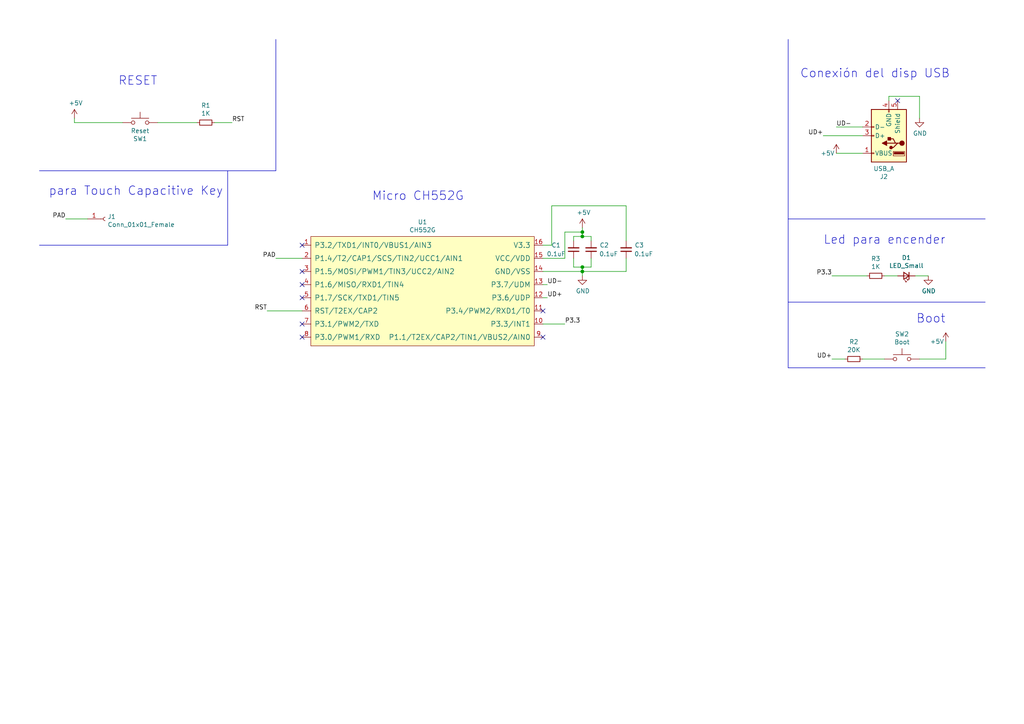
<source format=kicad_sch>
(kicad_sch (version 20230121) (generator eeschema)
  (paper "A4")
  (lib_symbols
    (symbol "Device:C_Small" (pin_numbers hide) (pin_names (offset 0.254) hide)
      (property "Reference" "C" (at 0.254 1.778 0))
      (property "Value" "C_Small" (at 0.254 -2.032 0))
      (symbol "C_Small_0_1"
        (polyline (pts (xy -1.524 -0.508) (xy 1.524 -0.508)) (stroke (width 0.3302)))
        (polyline (pts (xy -1.524 0.508) (xy 1.524 0.508)) (stroke (width 0.3048)))
      )
      (symbol "C_Small_1_1"
        (pin passive line (at 0 2.54 270) (length 2.032) (name "~") (number "1"))
        (pin passive line (at 0 -2.54 90) (length 2.032) (name "~") (number "2"))
      )
    )
    (symbol "Device:LED_Small" (pin_numbers hide) (pin_names (offset 0.254) hide)
      (property "Reference" "D" (at -1.27 3.175 0))
      (property "Value" "LED_Small" (at -4.445 -2.54 0))
      (symbol "LED_Small_0_1"
        (polyline (pts (xy -0.762 -1.016) (xy -0.762 1.016)) (stroke (width 0.254)))
        (polyline (pts (xy 1.016 0) (xy -0.762 0)))
        (polyline (pts (xy 0.762 -1.016) (xy -0.762 0) (xy 0.762 1.016) (xy 0.762 -1.016)) (stroke (width 0.254)))
        (polyline (pts (xy 0 0.762) (xy -0.508 1.27) (xy -0.254 1.27) (xy -0.508 1.27) (xy -0.508 1.016)))
        (polyline (pts (xy 0.508 1.27) (xy 0 1.778) (xy 0.254 1.778) (xy 0 1.778) (xy 0 1.524)))
      )
      (symbol "LED_Small_1_1"
        (pin passive line (at -2.54 0 0) (length 1.778) (name "K") (number "1"))
        (pin passive line (at 2.54 0 180) (length 1.778) (name "A") (number "2"))
      )
    )
    (symbol "Device:R_Small" (pin_numbers hide) (pin_names (offset 0.254) hide)
      (property "Reference" "R" (at 0.762 0.508 0))
      (property "Value" "R_Small" (at 0.762 -1.016 0))
      (symbol "R_Small_0_1"
        (rectangle (start -0.762 1.778) (end 0.762 -1.778) (stroke (width 0.2032)))
      )
      (symbol "R_Small_1_1"
        (pin passive line (at 0 2.54 270) (length 0.762) (name "~") (number "1"))
        (pin passive line (at 0 -2.54 90) (length 0.762) (name "~") (number "2"))
      )
    )
    (symbol "Switch:SW_Push" (pin_numbers hide) (pin_names (offset 1.016) hide)
      (property "Reference" "SW" (at 1.27 2.54 0))
      (property "Value" "SW_Push" (at 0 -1.524 0))
      (symbol "SW_Push_0_1"
        (circle (center -2.032 0) (radius 0.508))
        (polyline (pts (xy 0 1.27) (xy 0 3.048)))
        (polyline (pts (xy 2.54 1.27) (xy -2.54 1.27)))
        (circle (center 2.032 0) (radius 0.508))
        (pin passive line (at -5.08 0 0) (length 2.54) (name "1") (number "1"))
        (pin passive line (at 5.08 0 180) (length 2.54) (name "2") (number "2"))
      )
    )
    (symbol "card_business-rescue:CH552G-Librerias-Tarjeta_present-rescue" (pin_names (offset 1.016))
      (property "Reference" "U" (at 13.97 0 0))
      (property "Value" "CH552G-Librerias-Tarjeta_present-rescue" (at 10.16 -35.56 0))
      (symbol "CH552G-Librerias-Tarjeta_present-rescue_0_1"
        (rectangle (start -20.32 -1.27) (end 44.45 -33.02) (fill (type background)))
      )
      (symbol "CH552G-Librerias-Tarjeta_present-rescue_1_1"
        (pin input line (at -22.86 -3.81 0) (length 2.54) (name "P3.2/TXD1/INT0/VBUS1/AIN3") (number "1"))
        (pin input line (at 46.99 -26.67 180) (length 2.54) (name "P3.3/INT1") (number "10"))
        (pin input line (at 46.99 -22.86 180) (length 2.54) (name "P3.4/PWM2/RXD1/T0") (number "11"))
        (pin input line (at 46.99 -19.05 180) (length 2.54) (name "P3.6/UDP") (number "12"))
        (pin input line (at 46.99 -15.24 180) (length 2.54) (name "P3.7/UDM") (number "13"))
        (pin input line (at 46.99 -11.43 180) (length 2.54) (name "GND/VSS") (number "14"))
        (pin input line (at 46.99 -7.62 180) (length 2.54) (name "VCC/VDD") (number "15"))
        (pin input line (at 46.99 -3.81 180) (length 2.54) (name "V3.3") (number "16"))
        (pin input line (at -22.86 -7.62 0) (length 2.54) (name "P1.4/T2/CAP1/SCS/TIN2/UCC1/AIN1") (number "2"))
        (pin input line (at -22.86 -11.43 0) (length 2.54) (name "P1.5/MOSI/PWM1/TIN3/UCC2/AIN2") (number "3"))
        (pin input line (at -22.86 -15.24 0) (length 2.54) (name "P1.6/MISO/RXD1/TIN4") (number "4"))
        (pin input line (at -22.86 -19.05 0) (length 2.54) (name "P1.7/SCK/TXD1/TIN5") (number "5"))
        (pin input line (at -22.86 -22.86 0) (length 2.54) (name "RST/T2EX/CAP2") (number "6"))
        (pin input line (at -22.86 -26.67 0) (length 2.54) (name "P3.1/PWM2/TXD") (number "7"))
        (pin input line (at -22.86 -30.48 0) (length 2.54) (name "P3.0/PWM1/RXD") (number "8"))
        (pin input line (at 46.99 -30.48 180) (length 2.54) (name "P1.1/T2EX/CAP2/TIN1/VBUS2/AIN0") (number "9"))
      )
    )
    (symbol "card_business-rescue:Conn_01x01_Female-Connector" (pin_names (offset 1.016) hide)
      (property "Reference" "J" (at 0 2.54 0))
      (property "Value" "Connector_Conn_01x01_Female" (at 0 -2.54 0))
      (symbol "Conn_01x01_Female-Connector_1_1"
        (polyline (pts (xy -1.27 0) (xy -0.508 0)) (stroke (width 0.1524)))
        (arc (start 0 0.508) (mid -0.5058 0) (end 0 -0.508) (stroke (width 0.1524)))
        (pin passive line (at -5.08 0 0) (length 3.81) (name "Pin_1") (number "1"))
      )
    )
    (symbol "card_business-rescue:USB_A-Connector" (pin_names (offset 1.016))
      (property "Reference" "J" (at -5.08 11.43 0))
      (property "Value" "USB_A-Connector" (at -5.08 8.89 0))
      (symbol "USB_A-Connector_0_1"
        (rectangle (start -5.08 -7.62) (end 5.08 7.62) (stroke (width 0.254)) (fill (type background)))
        (circle (center -3.81 2.159) (radius 0.635) (stroke (width 0.254)) (fill (type outline)))
        (rectangle (start -1.524 4.826) (end -4.318 5.334) (fill (type outline)))
        (rectangle (start -1.27 4.572) (end -4.572 5.842))
        (circle (center -0.635 3.429) (radius 0.381) (stroke (width 0.254)) (fill (type outline)))
        (rectangle (start -0.127 -7.62) (end 0.127 -6.858))
        (polyline (pts (xy -3.175 2.159) (xy -2.54 2.159) (xy -1.27 3.429) (xy -0.635 3.429)) (stroke (width 0.254)))
        (polyline (pts (xy -2.54 2.159) (xy -1.905 2.159) (xy -1.27 0.889) (xy 0 0.889)) (stroke (width 0.254)))
        (polyline (pts (xy 0.635 2.794) (xy 0.635 1.524) (xy 1.905 2.159) (xy 0.635 2.794)) (stroke (width 0.254)) (fill (type outline)))
        (rectangle (start 0.254 1.27) (end -0.508 0.508) (stroke (width 0.254)) (fill (type outline)))
        (rectangle (start 5.08 -2.667) (end 4.318 -2.413))
        (rectangle (start 5.08 -0.127) (end 4.318 0.127))
        (rectangle (start 5.08 4.953) (end 4.318 5.207))
      )
      (symbol "USB_A-Connector_1_1"
        (polyline (pts (xy -1.905 2.159) (xy 0.635 2.159)) (stroke (width 0.254)))
        (pin power_in line (at 7.62 5.08 180) (length 2.54) (name "VBUS") (number "1"))
        (pin bidirectional line (at 7.62 -2.54 180) (length 2.54) (name "D-") (number "2"))
        (pin bidirectional line (at 7.62 0 180) (length 2.54) (name "D+") (number "3"))
        (pin power_in line (at 0 -10.16 90) (length 2.54) (name "GND") (number "4"))
        (pin passive line (at -2.54 -10.16 90) (length 2.54) (name "Shield") (number "5"))
      )
    )
    (symbol "power:+5V" (power) (pin_names (offset 0))
      (property "Value" "+5V" (at 0 3.556 0))
      (symbol "+5V_0_1"
        (polyline (pts (xy -0.762 1.27) (xy 0 2.54)))
        (polyline (pts (xy 0 0) (xy 0 2.54)))
        (polyline (pts (xy 0 2.54) (xy 0.762 1.27)))
      )
      (symbol "+5V_1_1"
        (pin power_in line (at 0 0 90) (length 0) hide (name "+5V") (number "1"))
      )
    )
    (symbol "power:GND" (power) (pin_names (offset 0))
      (property "Value" "GND" (at 0 -3.81 0))
      (symbol "GND_0_1"
        (polyline (pts (xy 0 0) (xy 0 -1.27) (xy 1.27 -1.27) (xy 0 -2.54) (xy -1.27 -1.27) (xy 0 -1.27)))
      )
      (symbol "GND_1_1"
        (pin power_in line (at 0 0 270) (length 0) hide (name "GND") (number "1"))
      )
    )
  )
  (junction (at 168.91 77.47))
  (junction (at 168.91 78.74))
  (junction (at 168.91 68.58))
  (junction (at 168.91 67.31))
  (no_connect (at 87.63 93.98))
  (no_connect (at 87.63 86.36))
  (no_connect (at 87.63 97.79))
  (no_connect (at 87.63 71.12))
  (no_connect (at 87.63 82.55))
  (no_connect (at 157.48 97.79))
  (no_connect (at 260.35 29.21))
  (no_connect (at 157.48 90.17))
  (no_connect (at 87.63 78.74))
  (wire (pts (xy 260.35 80.01) (xy 256.54 80.01)))
  (wire (pts (xy 163.83 74.93) (xy 163.83 67.31)))
  (wire (pts (xy 157.48 78.74) (xy 168.91 78.74)))
  (wire (pts (xy 157.48 74.93) (xy 163.83 74.93)))
  (wire (pts (xy 274.32 104.14) (xy 266.7 104.14)))
  (wire (pts (xy 257.81 27.94) (xy 257.81 29.21)))
  (wire (pts (xy 157.48 71.12) (xy 160.02 71.12)))
  (wire (pts (xy 80.01 74.93) (xy 87.63 74.93)))
  (wire (pts (xy 171.45 68.58) (xy 171.45 69.85)))
  (wire (pts (xy 250.19 36.83) (xy 242.57 36.83)))
  (wire (pts (xy 168.91 77.47) (xy 171.45 77.47)))
  (wire (pts (xy 250.19 39.37) (xy 238.76 39.37)))
  (wire (pts (xy 166.37 69.85) (xy 166.37 68.58)))
  (wire (pts (xy 241.3 104.14) (xy 245.11 104.14)))
  (polyline (pts (xy 228.6 87.63) (xy 285.75 87.63)))
  (wire (pts (xy 256.54 104.14) (xy 250.19 104.14)))
  (polyline (pts (xy 66.04 49.53) (xy 66.04 71.12)))
  (wire (pts (xy 168.91 68.58) (xy 171.45 68.58)))
  (wire (pts (xy 158.75 82.55) (xy 157.48 82.55)))
  (wire (pts (xy 168.91 77.47) (xy 168.91 78.74)))
  (wire (pts (xy 168.91 67.31) (xy 168.91 68.58)))
  (wire (pts (xy 269.24 80.01) (xy 265.43 80.01)))
  (wire (pts (xy 77.47 90.17) (xy 87.63 90.17)))
  (wire (pts (xy 166.37 77.47) (xy 168.91 77.47)))
  (wire (pts (xy 57.15 35.56) (xy 45.72 35.56)))
  (wire (pts (xy 21.59 34.29) (xy 21.59 35.56)))
  (wire (pts (xy 181.61 59.69) (xy 181.61 69.85)))
  (wire (pts (xy 251.46 80.01) (xy 241.3 80.01)))
  (wire (pts (xy 274.32 99.06) (xy 274.32 104.14)))
  (wire (pts (xy 25.4 63.5) (xy 19.05 63.5)))
  (wire (pts (xy 166.37 74.93) (xy 166.37 77.47)))
  (wire (pts (xy 163.83 67.31) (xy 168.91 67.31)))
  (polyline (pts (xy 80.01 49.53) (xy 11.43 49.53)))
  (polyline (pts (xy 80.01 49.53) (xy 80.01 11.43)))
  (wire (pts (xy 160.02 59.69) (xy 181.61 59.69)))
  (polyline (pts (xy 228.6 63.5) (xy 285.75 63.5)))
  (wire (pts (xy 266.7 27.94) (xy 257.81 27.94)))
  (wire (pts (xy 181.61 78.74) (xy 168.91 78.74)))
  (wire (pts (xy 158.75 86.36) (xy 157.48 86.36)))
  (wire (pts (xy 67.31 35.56) (xy 62.23 35.56)))
  (wire (pts (xy 250.19 44.45) (xy 242.57 44.45)))
  (polyline (pts (xy 66.04 71.12) (xy 11.43 71.12)))
  (wire (pts (xy 166.37 68.58) (xy 168.91 68.58)))
  (wire (pts (xy 171.45 77.47) (xy 171.45 74.93)))
  (polyline (pts (xy 228.6 11.43) (xy 228.6 106.68)))
  (wire (pts (xy 181.61 74.93) (xy 181.61 78.74)))
  (wire (pts (xy 266.7 34.29) (xy 266.7 27.94)))
  (wire (pts (xy 168.91 78.74) (xy 168.91 80.01)))
  (polyline (pts (xy 228.6 106.68) (xy 285.75 106.68)))
  (wire (pts (xy 160.02 71.12) (xy 160.02 59.69)))
  (wire (pts (xy 163.83 93.98) (xy 157.48 93.98)))
  (wire (pts (xy 21.59 35.56) (xy 35.56 35.56)))
  (wire (pts (xy 168.91 66.04) (xy 168.91 67.31)))
  (text "Boot" (at 274.32 93.98 0) (effects (font (size 2.4892 2.4892)) (justify right bottom)))
  (text "Led para encender\n" (at 274.32 71.12 0) (effects (font (size 2.4892 2.4892)) (justify right bottom)))
  (text "RESET\n\n\n" (at 45.72 33.02 0) (effects (font (size 2.4892 2.4892)) (justify right bottom)))
  (text "Conexión del disp USB\n" (at 275.59 22.86 0) (effects (font (size 2.4892 2.4892)) (justify right bottom)))
  (text "Micro CH552G\n" (at 134.62 58.42 0) (effects (font (size 2.4892 2.4892)) (justify right bottom)))
  (text "para Touch Capacitive Key\n\n" (at 64.77 60.96 0) (effects (font (size 2.4892 2.4892)) (justify right bottom)))
  (label "UD+" (at 158.75 86.36 0))
  (label "UD+" (at 238.76 39.37 180))
  (label "RST" (at 67.31 35.56 0))
  (label "UD-" (at 158.75 82.55 0))
  (label "RST" (at 77.47 90.17 180))
  (label "UD+" (at 241.3 104.14 180))
  (label "P3.3" (at 163.83 93.98 0))
  (label "UD-" (at 242.57 36.83 0))
  (label "PAD" (at 19.05 63.5 180))
  (label "P3.3" (at 241.3 80.01 180))
  (label "PAD" (at 80.01 74.93 180))
  (symbol (lib_id "card_business-rescue:CH552G-Librerias-Tarjeta_present-rescue") (at 110.49 67.31 0) (unit 1)
    (property "Reference" "U1" (at 122.555 64.389 0))
    (property "Value" "CH552G" (at 122.555 66.7004 0))
    (property "Footprint" "Package_SO:SOP-16_4.55x10.3mm_P1.27mm" (effects hide))
    (property "Datasheet" "https://cdn.hackaday.io/files/1696717259204064/CH552%20Datasheet_C111367.zh-CN.en.pdf" (effects hide))
  )
  (symbol (lib_id "card_business-rescue:USB_A-Connector") (at 257.81 39.37 180) (unit 1)
    (property "Reference" "J2" (at 256.3622 51.2318 0))
    (property "Value" "USB_A" (at 256.3622 48.9204 0))
    (property "Footprint" "Connectors:usb-PCB" (effects hide))
    (property "Datasheet" " ~" (effects hide))
  )
  (symbol (lib_id "power:+5V") (at 242.57 44.45 0) (unit 1)
    (property "Reference" "#PWR04" (effects hide))
    (property "Value" "+5V" (at 240.03 44.45 0))
  )
  (symbol (lib_id "power:GND") (at 266.7 34.29 0) (unit 1)
    (property "Reference" "#PWR05" (effects hide))
    (property "Value" "GND" (at 266.827 38.6842 0))
  )
  (symbol (lib_id "Device:R_Small") (at 254 80.01 270) (unit 1)
    (property "Reference" "R3" (at 254 75.0316 90))
    (property "Value" "1K" (at 254 77.343 90))
    (property "Footprint" "Resistor_SMD:R_0805_2012Metric" (effects hide))
  )
  (symbol (lib_id "Device:LED_Small") (at 262.89 80.01 180) (unit 1)
    (property "Reference" "D1" (at 262.89 74.7522 0))
    (property "Value" "LED_Small" (at 262.89 77.0636 0))
    (property "Footprint" "LED_SMD:LED_0805_2012Metric" (effects hide))
  )
  (symbol (lib_id "power:GND") (at 269.24 80.01 0) (unit 1)
    (property "Reference" "#PWR06" (effects hide))
    (property "Value" "GND" (at 269.367 84.4042 0))
  )
  (symbol (lib_id "power:+5V") (at 168.91 66.04 0) (unit 1)
    (property "Reference" "#PWR03" (effects hide))
    (property "Value" "+5V" (at 169.291 61.6458 0))
  )
  (symbol (lib_id "Device:C_Small") (at 171.45 72.39 180) (unit 1)
    (property "Reference" "C2" (at 175.26 71.12 0))
    (property "Value" "0.1uF" (at 176.53 73.66 0))
    (property "Footprint" "Capacitor_SMD:C_0805_2012Metric" (effects hide))
  )
  (symbol (lib_id "Device:C_Small") (at 166.37 72.39 180) (unit 1)
    (property "Reference" "C1" (at 161.29 71.12 0))
    (property "Value" "0.1uF" (at 161.29 73.66 0))
    (property "Footprint" "Capacitor_SMD:C_0805_2012Metric" (effects hide))
  )
  (symbol (lib_id "Device:R_Small") (at 59.69 35.56 270) (unit 1)
    (property "Reference" "R1" (at 59.69 30.5816 90))
    (property "Value" "1K" (at 59.69 32.893 90))
    (property "Footprint" "Resistor_SMD:R_0805_2012Metric" (effects hide))
  )
  (symbol (lib_id "Switch:SW_Push") (at 40.64 35.56 0) (unit 1)
    (property "Reference" "SW1" (at 40.64 40.259 0))
    (property "Value" "Reset" (at 40.64 37.9476 0))
    (property "Footprint" "Button_Switch_SMD:SW_SPST_TL3342" (effects hide))
  )
  (symbol (lib_id "power:+5V") (at 21.59 34.29 0) (unit 1)
    (property "Reference" "#PWR01" (effects hide))
    (property "Value" "+5V" (at 21.971 29.8958 0))
  )
  (symbol (lib_id "Switch:SW_Push") (at 261.62 104.14 0) (unit 1)
    (property "Reference" "SW2" (at 261.62 96.901 0))
    (property "Value" "Boot" (at 261.62 99.2124 0))
    (property "Footprint" "Button_Switch_SMD:SW_SPST_TL3342" (effects hide))
  )
  (symbol (lib_id "Device:R_Small") (at 247.65 104.14 270) (unit 1)
    (property "Reference" "R2" (at 247.65 99.1616 90))
    (property "Value" "20K" (at 247.65 101.473 90))
    (property "Footprint" "Resistor_SMD:R_0805_2012Metric" (effects hide))
  )
  (symbol (lib_id "power:GND") (at 168.91 80.01 0) (unit 1)
    (property "Reference" "#PWR02" (effects hide))
    (property "Value" "GND" (at 169.037 84.4042 0))
  )
  (symbol (lib_id "card_business-rescue:Conn_01x01_Female-Connector") (at 30.48 63.5 0) (unit 1)
    (property "Reference" "J1" (at 31.1912 62.8396 0) (effects (justify left)))
    (property "Value" "Conn_01x01_Female" (at 31.1912 65.151 0) (effects (justify left)))
    (property "Footprint" "TestPoint:TestPoint_Pad_D4.0mm" (effects hide))
  )
  (symbol (lib_id "power:+5V") (at 274.32 99.06 0) (unit 1)
    (property "Reference" "#PWR07" (effects hide))
    (property "Value" "+5V" (at 271.78 99.06 0))
  )
  (symbol (lib_id "Device:C_Small") (at 181.61 72.39 180) (unit 1)
    (property "Reference" "C3" (at 185.42 71.12 0))
    (property "Value" "0.1uF" (at 186.69 73.66 0))
    (property "Footprint" "Capacitor_SMD:C_0805_2012Metric" (effects hide))
  )
)
</source>
